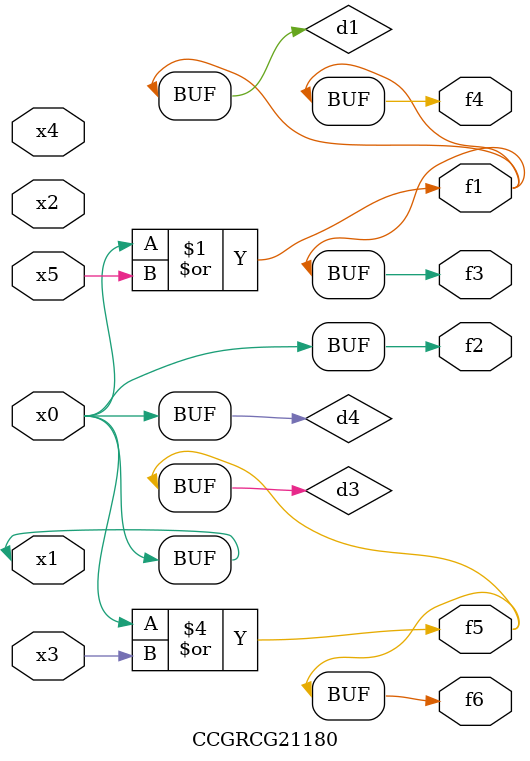
<source format=v>
module CCGRCG21180(
	input x0, x1, x2, x3, x4, x5,
	output f1, f2, f3, f4, f5, f6
);

	wire d1, d2, d3, d4;

	or (d1, x0, x5);
	xnor (d2, x1, x4);
	or (d3, x0, x3);
	buf (d4, x0, x1);
	assign f1 = d1;
	assign f2 = d4;
	assign f3 = d1;
	assign f4 = d1;
	assign f5 = d3;
	assign f6 = d3;
endmodule

</source>
